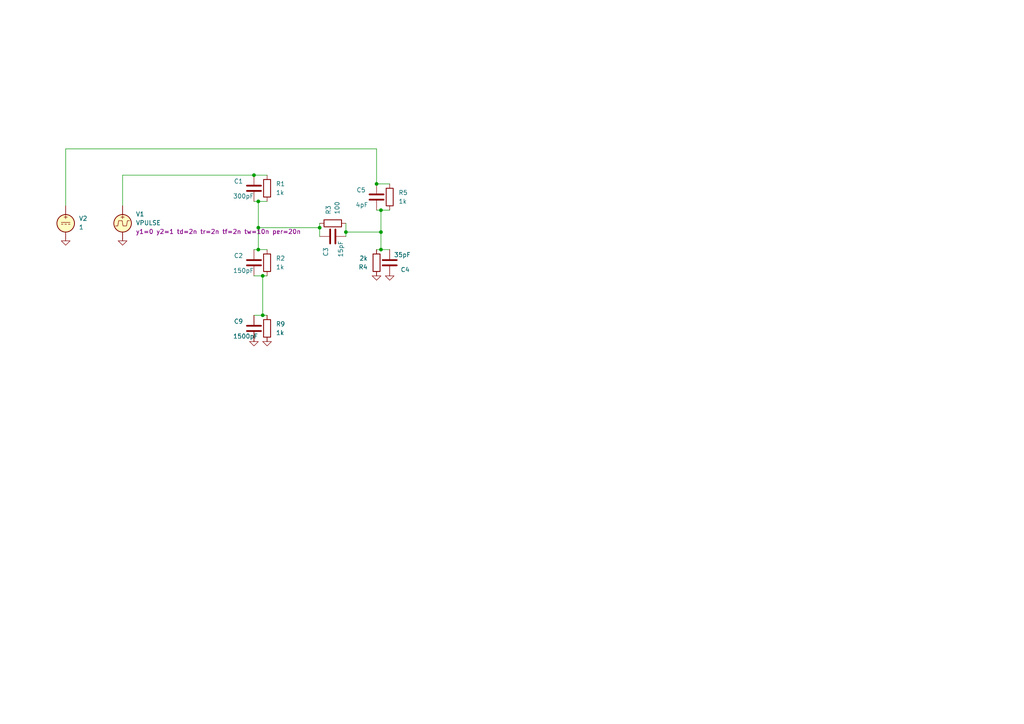
<source format=kicad_sch>
(kicad_sch (version 20231120) (generator "eeschema") (generator_version "8.0")
  (paper "A4")
  (lib_symbols
    (symbol "Device:C" (pin_numbers hide) (pin_names (offset 0.254))
      (property "Reference" "C" (at 0.635 2.54 0))
      (property "Value" "C" (at 0.635 -2.54 0))
      (symbol "C_0_1"
        (polyline (pts (xy -2.032 -0.762) (xy 2.032 -0.762)) (stroke (width 0.508)))
        (polyline (pts (xy -2.032 0.762) (xy 2.032 0.762)) (stroke (width 0.508)))
      )
      (symbol "C_1_1"
        (pin passive line (at 0 3.81 270) (length 2.794) (name "~") (number "1"))
        (pin passive line (at 0 -3.81 90) (length 2.794) (name "~") (number "2"))
      )
    )
    (symbol "Device:R" (pin_numbers hide) (pin_names (offset 0))
      (property "Reference" "R" (at 2.032 0 90))
      (property "Value" "R" (at 0 0 90))
      (symbol "R_0_1"
        (rectangle (start -1.016 -2.54) (end 1.016 2.54) (stroke (width 0.254)))
      )
      (symbol "R_1_1"
        (pin passive line (at 0 3.81 270) (length 1.27) (name "~") (number "1"))
        (pin passive line (at 0 -3.81 90) (length 1.27) (name "~") (number "2"))
      )
    )
    (symbol "Simulation_SPICE:0" (power) (pin_numbers hide) (pin_names (offset 0) hide)
      (property "Value" "0" (at 0 -2.54 0))
      (symbol "0_0_1"
        (polyline (pts (xy -1.27 0) (xy 0 -1.27) (xy 1.27 0) (xy -1.27 0)))
      )
      (symbol "0_1_1"
        (pin power_in line (at 0 0 0) (length 0) (name "~") (number "1"))
      )
    )
    (symbol "Simulation_SPICE:VDC" (pin_numbers hide) (pin_names (offset 0.0254))
      (property "Reference" "V" (at 2.54 2.54 0))
      (property "Value" "1" (at 2.54 0 0))
      (symbol "VDC_0_0"
        (polyline (pts (xy -1.27 0.254) (xy 1.27 0.254)))
        (polyline (pts (xy -0.762 -0.254) (xy -1.27 -0.254)))
        (polyline (pts (xy 0.254 -0.254) (xy -0.254 -0.254)))
        (polyline (pts (xy 1.27 -0.254) (xy 0.762 -0.254)))
        (text "+" (at 0 1.905 0) (effects (font (size 1.27 1.27))))
      )
      (symbol "VDC_0_1"
        (circle (center 0 0) (radius 2.54) (stroke (width 0.254)) (fill (type background)))
      )
      (symbol "VDC_1_1"
        (pin passive line (at 0 5.08 270) (length 2.54) (name "~") (number "1"))
        (pin passive line (at 0 -5.08 90) (length 2.54) (name "~") (number "2"))
      )
    )
    (symbol "Simulation_SPICE:VPULSE" (pin_numbers hide) (pin_names (offset 0.0254))
      (property "Reference" "V" (at 2.54 2.54 0))
      (property "Value" "VPULSE" (at 2.54 0 0))
      (property "Sim.Params" "y1=0 y2=1 td=2n tr=2n tf=2n tw=50n per=100n" (at 2.54 -2.54 0))
      (symbol "VPULSE_0_0"
        (polyline (pts (xy -2.032 -0.762) (xy -1.397 -0.762) (xy -1.143 0.762) (xy -0.127 0.762) (xy 0.127 -0.762) (xy 1.143 -0.762) (xy 1.397 0.762) (xy 2.032 0.762)))
        (text "+" (at 0 1.905 0) (effects (font (size 1.27 1.27))))
      )
      (symbol "VPULSE_0_1"
        (circle (center 0 0) (radius 2.54) (stroke (width 0.254)) (fill (type background)))
      )
      (symbol "VPULSE_1_1"
        (pin passive line (at 0 5.08 270) (length 2.54) (name "~") (number "1"))
        (pin passive line (at 0 -5.08 90) (length 2.54) (name "~") (number "2"))
      )
    )
  )
  (junction (at 73.66 50.8))
  (junction (at 100.33 67.31))
  (junction (at 76.2 80.01))
  (junction (at 92.71 66.04))
  (junction (at 109.22 53.34))
  (junction (at 110.49 72.39))
  (junction (at 110.49 60.96))
  (junction (at 74.93 58.42))
  (junction (at 76.2 91.44))
  (junction (at 74.93 66.04))
  (junction (at 110.49 67.31))
  (junction (at 74.93 72.39))
  (wire (pts (xy 109.22 53.34) (xy 109.22 43.18)))
  (wire (pts (xy 92.71 64.77) (xy 92.71 66.04)))
  (wire (pts (xy 109.22 72.39) (xy 110.49 72.39)))
  (wire (pts (xy 76.2 91.44) (xy 77.47 91.44)))
  (wire (pts (xy 109.22 43.18) (xy 19.05 43.18)))
  (wire (pts (xy 92.71 66.04) (xy 92.71 68.58)))
  (wire (pts (xy 74.93 66.04) (xy 74.93 58.42)))
  (wire (pts (xy 110.49 60.96) (xy 113.03 60.96)))
  (wire (pts (xy 35.56 50.8) (xy 35.56 59.69)))
  (wire (pts (xy 109.22 60.96) (xy 110.49 60.96)))
  (wire (pts (xy 73.66 58.42) (xy 74.93 58.42)))
  (wire (pts (xy 92.71 66.04) (xy 74.93 66.04)))
  (wire (pts (xy 100.33 67.31) (xy 100.33 68.58)))
  (wire (pts (xy 74.93 58.42) (xy 77.47 58.42)))
  (wire (pts (xy 73.66 91.44) (xy 76.2 91.44)))
  (wire (pts (xy 35.56 50.8) (xy 73.66 50.8)))
  (wire (pts (xy 73.66 50.8) (xy 77.47 50.8)))
  (wire (pts (xy 19.05 43.18) (xy 19.05 59.69)))
  (wire (pts (xy 100.33 64.77) (xy 100.33 67.31)))
  (wire (pts (xy 74.93 66.04) (xy 74.93 72.39)))
  (wire (pts (xy 74.93 72.39) (xy 77.47 72.39)))
  (wire (pts (xy 110.49 67.31) (xy 110.49 72.39)))
  (wire (pts (xy 110.49 72.39) (xy 113.03 72.39)))
  (wire (pts (xy 73.66 72.39) (xy 74.93 72.39)))
  (wire (pts (xy 73.66 80.01) (xy 76.2 80.01)))
  (wire (pts (xy 76.2 80.01) (xy 77.47 80.01)))
  (wire (pts (xy 110.49 60.96) (xy 110.49 67.31)))
  (wire (pts (xy 76.2 91.44) (xy 76.2 80.01)))
  (wire (pts (xy 109.22 53.34) (xy 113.03 53.34)))
  (wire (pts (xy 100.33 67.31) (xy 110.49 67.31)))
  (symbol (lib_id "Device:R") (at 109.22 76.2 180) (unit 1)
    (property "Reference" "R4" (at 106.68 77.4701 0) (effects (justify left)))
    (property "Value" "2k" (at 106.68 74.9301 0) (effects (justify left)))
    (property "Description" "Resistor" (effects (hide yes)))
  )
  (symbol (lib_id "Device:R") (at 77.47 95.25 0) (unit 1)
    (property "Reference" "R9" (at 80.01 93.9799 0) (effects (justify left)))
    (property "Value" "1k" (at 80.01 96.5199 0) (effects (justify left)))
    (property "Description" "Resistor" (effects (hide yes)))
  )
  (symbol (lib_id "Simulation_SPICE:0") (at 19.05 69.85 0) (unit 1)
    (property "Reference" "#GND05" (effects (hide yes)))
    (property "Value" "0" (effects (hide yes)))
    (property "Datasheet" "https://ngspice.sourceforge.io/docs/ngspice-html-manual/manual.xhtml#subsec_Circuit_elements__device" (effects (hide yes)))
    (property "Description" "0V reference potential for simulation" (effects (hide yes)))
  )
  (symbol (lib_id "Device:C") (at 73.66 76.2 0) (unit 1)
    (property "Reference" "C2" (at 67.818 74.168 0) (effects (justify left)))
    (property "Value" "150pF" (at 67.564 78.486 0) (effects (justify left)))
    (property "Description" "Unpolarized capacitor" (effects (hide yes)))
  )
  (symbol (lib_id "Device:R") (at 96.52 64.77 90) (unit 1)
    (property "Reference" "R3" (at 95.2499 62.23 0) (effects (justify left)))
    (property "Value" "100" (at 97.7899 62.23 0) (effects (justify left)))
    (property "Description" "Resistor" (effects (hide yes)))
  )
  (symbol (lib_id "Simulation_SPICE:VPULSE") (at 35.56 64.77 0) (unit 1)
    (property "Reference" "V1" (at 39.37 62.1001 0) (effects (justify left)))
    (property "Value" "VPULSE" (at 39.37 64.6401 0) (effects (justify left)))
    (property "Datasheet" "https://ngspice.sourceforge.io/docs/ngspice-html-manual/manual.xhtml#sec_Independent_Sources_for" (effects (hide yes)))
    (property "Description" "Voltage source, pulse" (effects (hide yes)))
    (property "Sim.Pins" "1=+ 2=-" (effects (hide yes)))
    (property "Sim.Type" "PULSE" (effects (hide yes)))
    (property "Sim.Device" "V" (effects (hide yes)))
    (property "Sim.Params" "y1=0 y2=1 td=2n tr=2n tf=2n tw=10n per=20n" (at 39.37 67.1801 0) (effects (justify left)))
  )
  (symbol (lib_id "Simulation_SPICE:VDC") (at 19.05 64.77 0) (unit 1)
    (property "Reference" "V2" (at 22.86 63.3701 0) (effects (justify left)))
    (property "Value" "1" (at 22.86 65.9101 0) (effects (justify left)))
    (property "Datasheet" "https://ngspice.sourceforge.io/docs/ngspice-html-manual/manual.xhtml#sec_Independent_Sources_for" (effects (hide yes)))
    (property "Description" "Voltage source, DC" (effects (hide yes)))
    (property "Sim.Pins" "1=+ 2=-" (effects (hide yes)))
    (property "Sim.Type" "DC" (effects (hide yes)))
    (property "Sim.Device" "V" (effects (hide yes)))
  )
  (symbol (lib_id "Device:C") (at 96.52 68.58 90) (unit 1)
    (property "Reference" "C3" (at 94.488 74.422 0) (effects (justify left)))
    (property "Value" "15pF" (at 98.806 74.676 0) (effects (justify left)))
    (property "Description" "Unpolarized capacitor" (effects (hide yes)))
  )
  (symbol (lib_id "Simulation_SPICE:0") (at 109.22 80.01 0) (unit 1)
    (property "Reference" "#GND03" (effects (hide yes)))
    (property "Value" "0" (effects (hide yes)))
    (property "Datasheet" "https://ngspice.sourceforge.io/docs/ngspice-html-manual/manual.xhtml#subsec_Circuit_elements__device" (effects (hide yes)))
    (property "Description" "0V reference potential for simulation" (effects (hide yes)))
  )
  (symbol (lib_id "Device:C") (at 73.66 54.61 0) (unit 1)
    (property "Reference" "C1" (at 67.818 52.578 0) (effects (justify left)))
    (property "Value" "300pF" (at 67.564 56.896 0) (effects (justify left)))
    (property "Description" "Unpolarized capacitor" (effects (hide yes)))
  )
  (symbol (lib_id "Simulation_SPICE:0") (at 77.47 99.06 0) (unit 1)
    (property "Reference" "#GND02" (effects (hide yes)))
    (property "Value" "0" (effects (hide yes)))
    (property "Datasheet" "https://ngspice.sourceforge.io/docs/ngspice-html-manual/manual.xhtml#subsec_Circuit_elements__device" (effects (hide yes)))
    (property "Description" "0V reference potential for simulation" (effects (hide yes)))
  )
  (symbol (lib_id "Device:R") (at 77.47 54.61 0) (unit 1)
    (property "Reference" "R1" (at 80.01 53.3399 0) (effects (justify left)))
    (property "Value" "1k" (at 80.01 55.8799 0) (effects (justify left)))
    (property "Description" "Resistor" (effects (hide yes)))
  )
  (symbol (lib_id "Simulation_SPICE:0") (at 35.56 69.85 0) (unit 1)
    (property "Reference" "#GND06" (effects (hide yes)))
    (property "Value" "0" (effects (hide yes)))
    (property "Datasheet" "https://ngspice.sourceforge.io/docs/ngspice-html-manual/manual.xhtml#subsec_Circuit_elements__device" (effects (hide yes)))
    (property "Description" "0V reference potential for simulation" (effects (hide yes)))
  )
  (symbol (lib_id "Device:C") (at 113.03 76.2 180) (unit 1)
    (property "Reference" "C4" (at 118.872 78.232 0) (effects (justify left)))
    (property "Value" "35pF" (at 119.126 73.914 0) (effects (justify left)))
    (property "Description" "Unpolarized capacitor" (effects (hide yes)))
  )
  (symbol (lib_id "Device:R") (at 113.03 57.15 0) (unit 1)
    (property "Reference" "R5" (at 115.57 55.8799 0) (effects (justify left)))
    (property "Value" "1k" (at 115.57 58.4199 0) (effects (justify left)))
    (property "Description" "Resistor" (effects (hide yes)))
  )
  (symbol (lib_id "Simulation_SPICE:0") (at 113.03 80.01 0) (unit 1)
    (property "Reference" "#GND04" (effects (hide yes)))
    (property "Value" "0" (effects (hide yes)))
    (property "Datasheet" "https://ngspice.sourceforge.io/docs/ngspice-html-manual/manual.xhtml#subsec_Circuit_elements__device" (effects (hide yes)))
    (property "Description" "0V reference potential for simulation" (effects (hide yes)))
  )
  (symbol (lib_id "Device:C") (at 73.66 95.25 0) (unit 1)
    (property "Reference" "C9" (at 67.818 93.218 0) (effects (justify left)))
    (property "Value" "1500pF" (at 67.564 97.536 0) (effects (justify left)))
    (property "Description" "Unpolarized capacitor" (effects (hide yes)))
  )
  (symbol (lib_id "Device:C") (at 109.22 57.15 0) (unit 1)
    (property "Reference" "C5" (at 103.378 55.118 0) (effects (justify left)))
    (property "Value" "4pF" (at 103.124 59.436 0) (effects (justify left)))
    (property "Description" "Unpolarized capacitor" (effects (hide yes)))
  )
  (symbol (lib_id "Simulation_SPICE:0") (at 73.66 99.06 0) (unit 1)
    (property "Reference" "#GND01" (effects (hide yes)))
    (property "Value" "0" (effects (hide yes)))
    (property "Datasheet" "https://ngspice.sourceforge.io/docs/ngspice-html-manual/manual.xhtml#subsec_Circuit_elements__device" (effects (hide yes)))
    (property "Description" "0V reference potential for simulation" (effects (hide yes)))
  )
  (symbol (lib_id "Device:R") (at 77.47 76.2 0) (unit 1)
    (property "Reference" "R2" (at 80.01 74.9299 0) (effects (justify left)))
    (property "Value" "1k" (at 80.01 77.4699 0) (effects (justify left)))
    (property "Description" "Resistor" (effects (hide yes)))
  )
)
</source>
